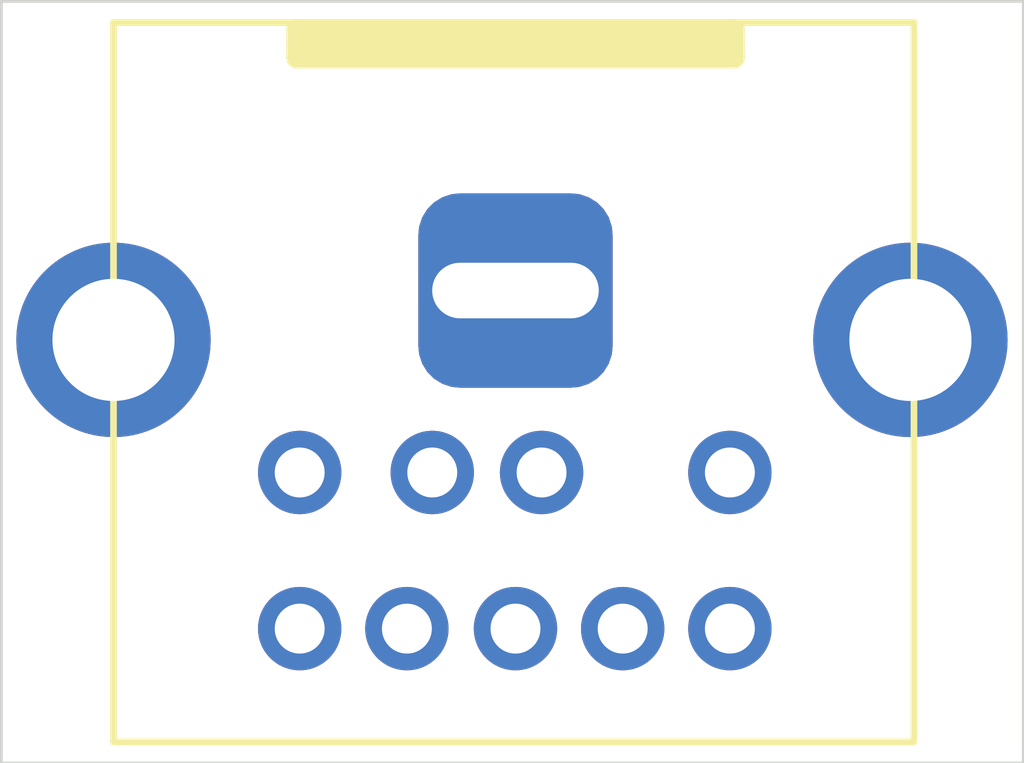
<source format=kicad_pcb>
(kicad_pcb (version 20171130) (host pcbnew "(5.1.4)-1")

  (general
    (thickness 1.6)
    (drawings 4)
    (tracks 0)
    (zones 0)
    (modules 1)
    (nets 2)
  )

  (page A4)
  (layers
    (0 F.Cu signal)
    (31 B.Cu signal)
    (32 B.Adhes user)
    (33 F.Adhes user)
    (34 B.Paste user)
    (35 F.Paste user)
    (36 B.SilkS user)
    (37 F.SilkS user)
    (38 B.Mask user)
    (39 F.Mask user)
    (40 Dwgs.User user)
    (41 Cmts.User user)
    (42 Eco1.User user)
    (43 Eco2.User user)
    (44 Edge.Cuts user)
    (45 Margin user)
    (46 B.CrtYd user)
    (47 F.CrtYd user)
    (48 B.Fab user)
    (49 F.Fab user)
  )

  (setup
    (last_trace_width 0.25)
    (trace_clearance 0.2)
    (zone_clearance 0.508)
    (zone_45_only no)
    (trace_min 0.2)
    (via_size 0.8)
    (via_drill 0.4)
    (via_min_size 0.4)
    (via_min_drill 0.3)
    (uvia_size 0.3)
    (uvia_drill 0.1)
    (uvias_allowed no)
    (uvia_min_size 0.2)
    (uvia_min_drill 0.1)
    (edge_width 0.05)
    (segment_width 0.2)
    (pcb_text_width 0.3)
    (pcb_text_size 1.5 1.5)
    (mod_edge_width 0.12)
    (mod_text_size 1 1)
    (mod_text_width 0.15)
    (pad_size 1.524 1.524)
    (pad_drill 0.762)
    (pad_to_mask_clearance 0.051)
    (solder_mask_min_width 0.25)
    (aux_axis_origin 0 0)
    (visible_elements 7FFFFFFF)
    (pcbplotparams
      (layerselection 0x010fc_ffffffff)
      (usegerberextensions false)
      (usegerberattributes false)
      (usegerberadvancedattributes true)
      (creategerberjobfile false)
      (excludeedgelayer false)
      (linewidth 0.100000)
      (plotframeref false)
      (viasonmask false)
      (mode 1)
      (useauxorigin false)
      (hpglpennumber 1)
      (hpglpenspeed 20)
      (hpglpendiameter 15.000000)
      (psnegative false)
      (psa4output false)
      (plotreference true)
      (plotvalue true)
      (plotinvisibletext false)
      (padsonsilk false)
      (subtractmaskfromsilk false)
      (outputformat 1)
      (mirror false)
      (drillshape 0)
      (scaleselection 1)
      (outputdirectory "gerber/"))
  )

  (net 0 "")
  (net 1 "Net-(J1-Pad0)")

  (net_class Default "This is the default net class."
    (clearance 0.2)
    (trace_width 0.25)
    (via_dia 0.8)
    (via_drill 0.4)
    (uvia_dia 0.3)
    (uvia_drill 0.1)
    (add_net "Net-(J1-Pad0)")
  )

  (module my:minidin-9 (layer F.Cu) (tedit 5D4319E0) (tstamp 5DED3FED)
    (at 141.518 97.738 180)
    (descr "MiniDin 8 (S-Video), Tyco P/N 1734096-1")
    (path /5DED40CD)
    (fp_text reference J1 (at 0.03 4.61512) (layer F.SilkS) hide
      (effects (font (size 1 1) (thickness 0.15)))
    )
    (fp_text value Mini-DIN-9 (at 0 -7.366) (layer F.SilkS) hide
      (effects (font (size 1 1) (thickness 0.15)))
    )
    (fp_line (start -7.1755 6.477) (end -7.1755 -6.477) (layer F.Fab) (width 0.12))
    (fp_line (start 7.239 6.477) (end -7.1755 6.477) (layer F.Fab) (width 0.12))
    (fp_line (start 7.239 -6.477) (end 7.239 6.477) (layer F.Fab) (width 0.12))
    (fp_line (start -7.0485 -6.477) (end 7.239 -6.477) (layer F.Fab) (width 0.12))
    (fp_line (start 7.493 -1.27) (end 7.493 -6.731) (layer F.CrtYd) (width 0.05))
    (fp_line (start 7.493 2.794) (end 7.493 6.731) (layer F.CrtYd) (width 0.05))
    (fp_line (start 9.0805 2.794) (end 7.493 2.794) (layer F.CrtYd) (width 0.05))
    (fp_line (start 9.0805 -1.27) (end 9.0805 2.794) (layer F.CrtYd) (width 0.05))
    (fp_line (start 7.493 -1.27) (end 9.0805 -1.27) (layer F.CrtYd) (width 0.05))
    (fp_line (start -7.4295 -1.27) (end -7.4295 -6.731) (layer F.CrtYd) (width 0.05))
    (fp_line (start -7.4295 2.794) (end -7.4295 6.731) (layer F.CrtYd) (width 0.05))
    (fp_line (start -8.9535 2.794) (end -7.4295 2.794) (layer F.CrtYd) (width 0.05))
    (fp_line (start -8.9535 -1.27) (end -8.9535 2.794) (layer F.CrtYd) (width 0.05))
    (fp_line (start -7.4295 -1.27) (end -8.9535 -1.27) (layer F.CrtYd) (width 0.05))
    (fp_line (start 7.493 6.731) (end -7.4295 6.731) (layer F.CrtYd) (width 0.05))
    (fp_line (start -7.4295 -6.731) (end 7.493 -6.731) (layer F.CrtYd) (width 0.05))
    (fp_line (start -3.937 5.842) (end -3.937 6.35) (layer F.SilkS) (width 0.381))
    (fp_line (start 3.937 5.842) (end 3.937 6.35) (layer F.SilkS) (width 0.381))
    (fp_line (start -3.937 5.842) (end 3.937 5.842) (layer F.SilkS) (width 0.381))
    (fp_line (start -3.937 6.096) (end 3.937 6.096) (layer F.SilkS) (width 0.381))
    (fp_line (start 3.937 6.35) (end -3.937 6.35) (layer F.SilkS) (width 0.381))
    (fp_line (start 7.239 6.477) (end 7.239 -6.477) (layer F.SilkS) (width 0.12))
    (fp_line (start 7.239 -6.477) (end -7.1755 -6.477) (layer F.SilkS) (width 0.12))
    (fp_line (start -7.1755 -6.477) (end -7.1755 6.477) (layer F.SilkS) (width 0.12))
    (fp_line (start -7.1755 6.477) (end 7.239 6.477) (layer F.SilkS) (width 0.12))
    (pad 0 thru_hole circle (at -7.112 0.762 180) (size 3.50012 3.50012) (drill 2.19964) (layers *.Cu *.Mask)
      (net 1 "Net-(J1-Pad0)"))
    (pad 0 thru_hole circle (at 7.239 0.762 180) (size 3.50012 3.50012) (drill 2.19964) (layers *.Cu *.Mask)
      (net 1 "Net-(J1-Pad0)"))
    (pad 6 thru_hole circle (at -3.8608 -1.6256 180) (size 1.50114 1.50114) (drill 0.89916) (layers *.Cu *.Mask))
    (pad 2 thru_hole circle (at -0.4699 -1.6256 180) (size 1.50114 1.50114) (drill 0.89916) (layers *.Cu *.Mask))
    (pad 3 thru_hole circle (at 3.8862 -1.6256 180) (size 1.50114 1.50114) (drill 0.89916) (layers *.Cu *.Mask))
    (pad 5 thru_hole circle (at 0 -4.43738 180) (size 1.50114 1.50114) (drill 0.89916) (layers *.Cu *.Mask))
    (pad 4 thru_hole circle (at 1.9558 -4.43738 180) (size 1.50114 1.50114) (drill 0.89916) (layers *.Cu *.Mask))
    (pad 9 thru_hole circle (at -3.8608 -4.43738 180) (size 1.50114 1.50114) (drill 0.89916) (layers *.Cu *.Mask))
    (pad 8 thru_hole circle (at -1.9304 -4.43738 180) (size 1.50114 1.50114) (drill 0.89916) (layers *.Cu *.Mask))
    (pad 7 thru_hole circle (at 3.8862 -4.43738 180) (size 1.50114 1.50114) (drill 0.89916) (layers *.Cu *.Mask))
    (pad 0 thru_hole roundrect (at 0 1.651 180) (size 3.50012 3.50012) (drill oval 3 1) (layers *.Cu *.Mask) (roundrect_rratio 0.214)
      (net 1 "Net-(J1-Pad0)"))
    (pad 1 thru_hole circle (at 1.4986 -1.6256 180) (size 1.50114 1.50114) (drill 0.89916) (layers *.Cu *.Mask))
    (model walter/conn_av/minidin-8.wrl
      (at (xyz 0 0 0))
      (scale (xyz 1 1 1))
      (rotate (xyz 0 0 0))
    )
    (model E:/ws/hwlib/ki3d/a-dio-fs08.stp
      (offset (xyz 0 -6.5 6.5))
      (scale (xyz 1 1 1))
      (rotate (xyz -90 0 0))
    )
  )

  (gr_line (start 132.26 104.596) (end 132.26 90.88) (layer Edge.Cuts) (width 0.05))
  (gr_line (start 150.662 104.596) (end 132.26 104.596) (layer Edge.Cuts) (width 0.05))
  (gr_line (start 150.662 90.88) (end 150.662 104.596) (layer Edge.Cuts) (width 0.05))
  (gr_line (start 132.26 90.88) (end 150.662 90.88) (layer Edge.Cuts) (width 0.05))

)

</source>
